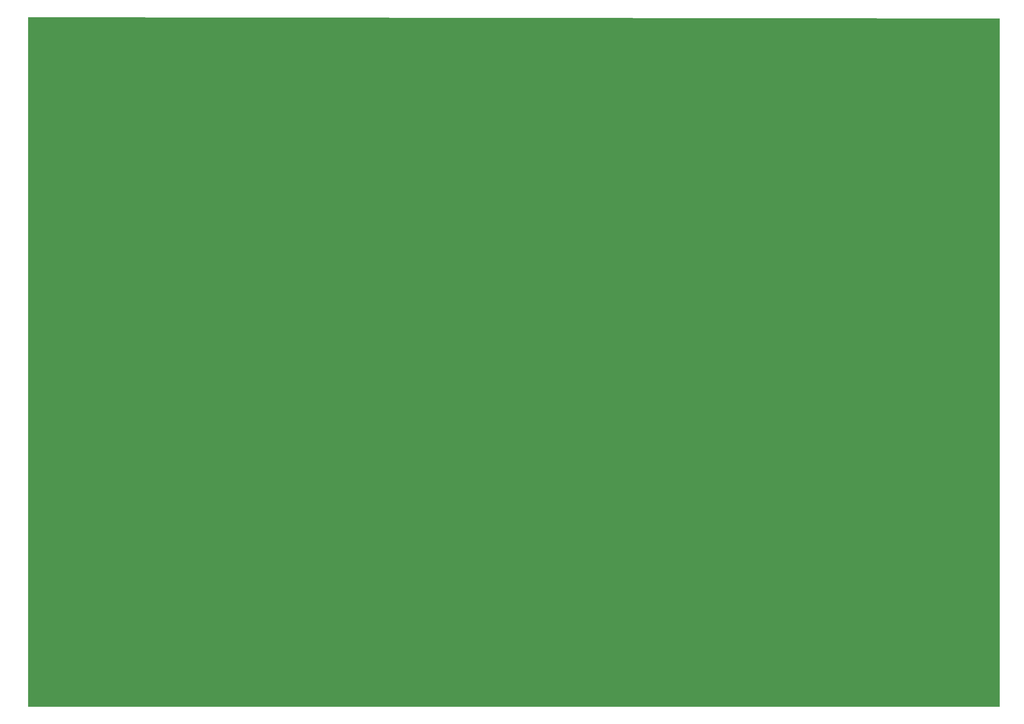
<source format=gbr>
G04 DipTrace 3.0.0.1*
G04 Board.gbr*
%MOIN*%
G04 #@! TF.FileFunction,Drawing,Board polygon*
G04 #@! TF.Part,Single*
%FSLAX26Y26*%
G04*
G70*
G90*
G75*
G01*
G04 BoardPoly*
%LPD*%
G36*
X393701Y7600707D2*
X10576020Y7588206D1*
Y393701D1*
X431205D1*
Y7600707D1*
X393701D1*
G37*
M02*

</source>
